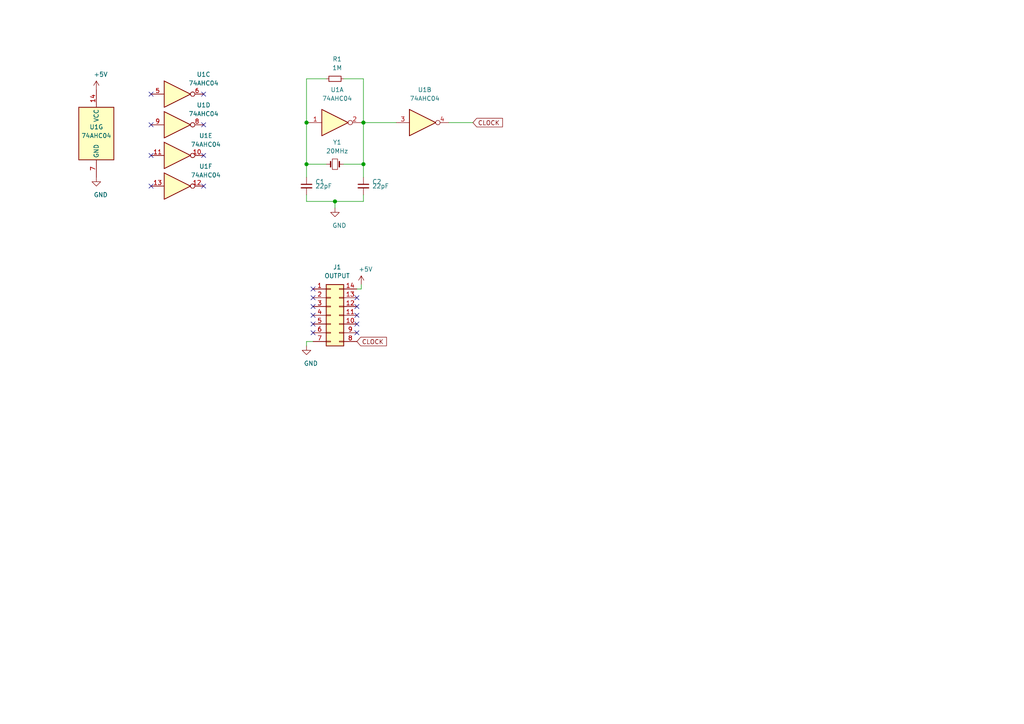
<source format=kicad_sch>
(kicad_sch (version 20201015) (generator eeschema)
  (paper "A4")
  (lib_symbols
    (symbol "74xx:74AHC04"
      (property "Reference" "U" (at 0 1.27 0))
      (property "Value" "74AHC04" (at 0 -1.27 0))
      (symbol "74AHC04_1_0"
        (polyline (pts (xy -3.81 3.81) (xy -3.81 -3.81) (xy 3.81 0) (xy -3.81 3.81)) (stroke (width 0.254)) (fill (type background)))
        (pin input line (at -7.62 0 0) (length 3.81) (name "~") (number "1"))
        (pin output inverted (at 7.62 0 180) (length 3.81) (name "~") (number "2"))
      )
      (symbol "74AHC04_2_0"
        (polyline (pts (xy -3.81 3.81) (xy -3.81 -3.81) (xy 3.81 0) (xy -3.81 3.81)) (stroke (width 0.254)) (fill (type background)))
        (pin input line (at -7.62 0 0) (length 3.81) (name "~") (number "3"))
        (pin output inverted (at 7.62 0 180) (length 3.81) (name "~") (number "4"))
      )
      (symbol "74AHC04_3_0"
        (polyline (pts (xy -3.81 3.81) (xy -3.81 -3.81) (xy 3.81 0) (xy -3.81 3.81)) (stroke (width 0.254)) (fill (type background)))
        (pin input line (at -7.62 0 0) (length 3.81) (name "~") (number "5"))
        (pin output inverted (at 7.62 0 180) (length 3.81) (name "~") (number "6"))
      )
      (symbol "74AHC04_4_0"
        (polyline (pts (xy -3.81 3.81) (xy -3.81 -3.81) (xy 3.81 0) (xy -3.81 3.81)) (stroke (width 0.254)) (fill (type background)))
        (pin output inverted (at 7.62 0 180) (length 3.81) (name "~") (number "8"))
        (pin input line (at -7.62 0 0) (length 3.81) (name "~") (number "9"))
      )
      (symbol "74AHC04_5_0"
        (polyline (pts (xy -3.81 3.81) (xy -3.81 -3.81) (xy 3.81 0) (xy -3.81 3.81)) (stroke (width 0.254)) (fill (type background)))
        (pin output inverted (at 7.62 0 180) (length 3.81) (name "~") (number "10"))
        (pin input line (at -7.62 0 0) (length 3.81) (name "~") (number "11"))
      )
      (symbol "74AHC04_6_0"
        (polyline (pts (xy -3.81 3.81) (xy -3.81 -3.81) (xy 3.81 0) (xy -3.81 3.81)) (stroke (width 0.254)) (fill (type background)))
        (pin output inverted (at 7.62 0 180) (length 3.81) (name "~") (number "12"))
        (pin input line (at -7.62 0 0) (length 3.81) (name "~") (number "13"))
      )
      (symbol "74AHC04_7_0"
        (pin power_in line (at 0 12.7 270) (length 5.08) (name "VCC") (number "14"))
        (pin power_in line (at 0 -12.7 90) (length 5.08) (name "GND") (number "7"))
      )
      (symbol "74AHC04_7_1"
        (rectangle (start -5.08 7.62) (end 5.08 -7.62) (stroke (width 0.254)) (fill (type background)))
      )
    )
    (symbol "Connector_Generic:Conn_02x07_Counter_Clockwise" (pin_names (offset 1.016) hide)
      (property "Reference" "J" (at 1.27 10.16 0))
      (property "Value" "Conn_02x07_Counter_Clockwise" (at 1.27 -10.16 0))
      (symbol "Conn_02x07_Counter_Clockwise_1_1"
        (rectangle (start -1.27 -4.953) (end 0 -5.207) (stroke (width 0.1524)))
        (rectangle (start -1.27 -7.493) (end 0 -7.747) (stroke (width 0.1524)))
        (rectangle (start -1.27 -2.413) (end 0 -2.667) (stroke (width 0.1524)))
        (rectangle (start -1.27 2.667) (end 0 2.413) (stroke (width 0.1524)))
        (rectangle (start -1.27 5.207) (end 0 4.953) (stroke (width 0.1524)))
        (rectangle (start -1.27 7.747) (end 0 7.493) (stroke (width 0.1524)))
        (rectangle (start -1.27 8.89) (end 3.81 -8.89) (stroke (width 0.254)) (fill (type background)))
        (rectangle (start -1.27 0.127) (end 0 -0.127) (stroke (width 0.1524)))
        (rectangle (start 3.81 -4.953) (end 2.54 -5.207) (stroke (width 0.1524)))
        (rectangle (start 3.81 -7.493) (end 2.54 -7.747) (stroke (width 0.1524)))
        (rectangle (start 3.81 -2.413) (end 2.54 -2.667) (stroke (width 0.1524)))
        (rectangle (start 3.81 2.667) (end 2.54 2.413) (stroke (width 0.1524)))
        (rectangle (start 3.81 5.207) (end 2.54 4.953) (stroke (width 0.1524)))
        (rectangle (start 3.81 7.747) (end 2.54 7.493) (stroke (width 0.1524)))
        (rectangle (start 3.81 0.127) (end 2.54 -0.127) (stroke (width 0.1524)))
        (pin passive line (at -5.08 7.62 0) (length 3.81) (name "Pin_1") (number "1"))
        (pin passive line (at 7.62 -2.54 180) (length 3.81) (name "Pin_10") (number "10"))
        (pin passive line (at 7.62 0 180) (length 3.81) (name "Pin_11") (number "11"))
        (pin passive line (at 7.62 2.54 180) (length 3.81) (name "Pin_12") (number "12"))
        (pin passive line (at 7.62 5.08 180) (length 3.81) (name "Pin_13") (number "13"))
        (pin passive line (at 7.62 7.62 180) (length 3.81) (name "Pin_14") (number "14"))
        (pin passive line (at -5.08 5.08 0) (length 3.81) (name "Pin_2") (number "2"))
        (pin passive line (at -5.08 2.54 0) (length 3.81) (name "Pin_3") (number "3"))
        (pin passive line (at -5.08 0 0) (length 3.81) (name "Pin_4") (number "4"))
        (pin passive line (at -5.08 -2.54 0) (length 3.81) (name "Pin_5") (number "5"))
        (pin passive line (at -5.08 -5.08 0) (length 3.81) (name "Pin_6") (number "6"))
        (pin passive line (at -5.08 -7.62 0) (length 3.81) (name "Pin_7") (number "7"))
        (pin passive line (at 7.62 -7.62 180) (length 3.81) (name "Pin_8") (number "8"))
        (pin passive line (at 7.62 -5.08 180) (length 3.81) (name "Pin_9") (number "9"))
      )
    )
    (symbol "Device:C_Small" (pin_numbers hide) (pin_names (offset 0.254) hide)
      (property "Reference" "C" (at 0.254 1.778 0))
      (property "Value" "C_Small" (at 0.254 -2.032 0))
      (symbol "C_Small_0_1"
        (polyline (pts (xy -1.524 -0.508) (xy 1.524 -0.508)) (stroke (width 0.3302)))
        (polyline (pts (xy -1.524 0.508) (xy 1.524 0.508)) (stroke (width 0.3048)))
      )
      (symbol "C_Small_1_1"
        (pin passive line (at 0 2.54 270) (length 2.032) (name "~") (number "1"))
        (pin passive line (at 0 -2.54 90) (length 2.032) (name "~") (number "2"))
      )
    )
    (symbol "Device:Crystal_Small" (pin_numbers hide) (pin_names (offset 1.016) hide)
      (property "Reference" "Y" (at 0 2.54 0))
      (property "Value" "Crystal_Small" (at 0 -2.54 0))
      (symbol "Crystal_Small_0_1"
        (rectangle (start -0.762 -1.524) (end 0.762 1.524))
        (polyline (pts (xy -1.27 -0.762) (xy -1.27 0.762)) (stroke (width 0.381)))
        (polyline (pts (xy 1.27 -0.762) (xy 1.27 0.762)) (stroke (width 0.381)))
      )
      (symbol "Crystal_Small_1_1"
        (pin passive line (at -2.54 0 0) (length 1.27) (name "1") (number "1"))
        (pin passive line (at 2.54 0 180) (length 1.27) (name "2") (number "2"))
      )
    )
    (symbol "Device:R_Small" (pin_numbers hide) (pin_names (offset 0.254) hide)
      (property "Reference" "R" (at 0.762 0.508 0))
      (property "Value" "R_Small" (at 0.762 -1.016 0))
      (symbol "R_Small_0_1"
        (rectangle (start -0.762 1.778) (end 0.762 -1.778) (stroke (width 0.2032)))
      )
      (symbol "R_Small_1_1"
        (pin passive line (at 0 2.54 270) (length 0.762) (name "~") (number "1"))
        (pin passive line (at 0 -2.54 90) (length 0.762) (name "~") (number "2"))
      )
    )
    (symbol "power:+5V" (power) (pin_names (offset 0))
      (property "Value" "+5V" (at 0 3.556 0))
      (symbol "+5V_0_1"
        (polyline (pts (xy -0.762 1.27) (xy 0 2.54)))
        (polyline (pts (xy 0 0) (xy 0 2.54)))
        (polyline (pts (xy 0 2.54) (xy 0.762 1.27)))
      )
      (symbol "+5V_1_1"
        (pin power_in line (at 0 0 90) (length 0) hide (name "+5V") (number "1"))
      )
    )
    (symbol "power:GND" (power) (pin_names (offset 0))
      (property "Value" "GND" (at 0 -3.81 0))
      (symbol "GND_0_1"
        (polyline (pts (xy 0 0) (xy 0 -1.27) (xy 1.27 -1.27) (xy 0 -2.54) (xy -1.27 -1.27) (xy 0 -1.27)))
      )
      (symbol "GND_1_1"
        (pin power_in line (at 0 0 270) (length 0) hide (name "GND") (number "1"))
      )
    )
  )
  (junction (at 88.9 35.56) (diameter 1.016))
  (junction (at 88.9 47.625) (diameter 1.016))
  (junction (at 97.155 58.42) (diameter 1.016))
  (junction (at 105.41 35.56) (diameter 1.016))
  (junction (at 105.41 47.625) (diameter 1.016))
  (no_connect (at 59.055 36.195))
  (no_connect (at 43.815 36.195))
  (no_connect (at 59.055 45.085))
  (no_connect (at 43.815 27.305))
  (no_connect (at 59.055 53.975))
  (no_connect (at 90.805 83.82))
  (no_connect (at 90.805 86.36))
  (no_connect (at 90.805 88.9))
  (no_connect (at 90.805 91.44))
  (no_connect (at 90.805 93.98))
  (no_connect (at 90.805 96.52))
  (no_connect (at 103.505 86.36))
  (no_connect (at 103.505 88.9))
  (no_connect (at 103.505 91.44))
  (no_connect (at 103.505 93.98))
  (no_connect (at 103.505 96.52))
  (no_connect (at 43.815 45.085))
  (no_connect (at 43.815 53.975))
  (no_connect (at 59.055 27.305))
  (wire (pts (xy 88.9 22.86) (xy 88.9 35.56)))
  (wire (pts (xy 88.9 35.56) (xy 88.9 47.625)))
  (wire (pts (xy 88.9 47.625) (xy 94.615 47.625)))
  (wire (pts (xy 88.9 51.435) (xy 88.9 47.625)))
  (wire (pts (xy 88.9 56.515) (xy 88.9 58.42)))
  (wire (pts (xy 88.9 58.42) (xy 97.155 58.42)))
  (wire (pts (xy 88.9 99.06) (xy 88.9 100.33)))
  (wire (pts (xy 89.535 35.56) (xy 88.9 35.56)))
  (wire (pts (xy 90.805 99.06) (xy 88.9 99.06)))
  (wire (pts (xy 94.615 22.86) (xy 88.9 22.86)))
  (wire (pts (xy 97.155 58.42) (xy 97.155 60.325)))
  (wire (pts (xy 97.155 58.42) (xy 105.41 58.42)))
  (wire (pts (xy 99.695 22.86) (xy 105.41 22.86)))
  (wire (pts (xy 99.695 47.625) (xy 105.41 47.625)))
  (wire (pts (xy 103.505 83.82) (xy 104.775 83.82)))
  (wire (pts (xy 104.775 35.56) (xy 105.41 35.56)))
  (wire (pts (xy 104.775 83.82) (xy 104.775 82.55)))
  (wire (pts (xy 105.41 22.86) (xy 105.41 35.56)))
  (wire (pts (xy 105.41 35.56) (xy 105.41 47.625)))
  (wire (pts (xy 105.41 35.56) (xy 114.935 35.56)))
  (wire (pts (xy 105.41 47.625) (xy 105.41 51.435)))
  (wire (pts (xy 105.41 58.42) (xy 105.41 56.515)))
  (wire (pts (xy 130.175 35.56) (xy 137.16 35.56)))
  (global_label "CLOCK" (shape input) (at 103.505 99.06 0) (property "Intersheet References" "${INTERSHEET_REFS}" (effects hide)))
  (global_label "CLOCK" (shape input) (at 137.16 35.56 0) (property "Intersheet References" "${INTERSHEET_REFS}" (effects hide)))
  (symbol (lib_id "power:+5V") (at 27.94 26.035 0) (unit 1)
    (property "Reference" "#PWR01" (effects hide))
    (property "Value" "+5V" (at 29.21 21.59 0))
  )
  (symbol (lib_id "power:+5V") (at 104.775 82.55 0) (unit 1)
    (property "Reference" "#PWR05" (effects hide))
    (property "Value" "+5V" (at 106.045 78.105 0))
  )
  (symbol (lib_id "power:GND") (at 27.94 51.435 0) (unit 1)
    (property "Reference" "#PWR02" (effects hide))
    (property "Value" "GND" (at 29.21 56.515 0))
  )
  (symbol (lib_id "power:GND") (at 88.9 100.33 0) (unit 1)
    (property "Reference" "#PWR04" (effects hide))
    (property "Value" "GND" (at 90.17 105.41 0))
  )
  (symbol (lib_id "power:GND") (at 97.155 60.325 0) (unit 1)
    (property "Reference" "#PWR03" (effects hide))
    (property "Value" "GND" (at 98.425 65.405 0))
  )
  (symbol (lib_id "Device:R_Small") (at 97.155 22.86 90) (unit 1)
    (property "Reference" "R1" (at 97.79 17.145 90))
    (property "Value" "1M" (at 97.79 19.685 90))
    (property "Footprint" "Resistor_THT:R_Axial_DIN0207_L6.3mm_D2.5mm_P10.16mm_Horizontal" (effects hide))
  )
  (symbol (lib_id "Device:Crystal_Small") (at 97.155 47.625 0) (unit 1)
    (property "Reference" "Y1" (at 97.79 41.275 0))
    (property "Value" "20MHz" (at 97.79 43.815 0))
    (property "Footprint" "Crystal:Crystal_HC18-U_Vertical" (effects hide))
  )
  (symbol (lib_id "Device:C_Small") (at 88.9 53.975 0) (unit 1)
    (property "Reference" "C1" (at 91.44 52.705 0) (effects (justify left)))
    (property "Value" "22pF" (at 91.44 53.975 0) (effects (justify left)))
    (property "Footprint" "Capacitor_THT:C_Disc_D5.0mm_W2.5mm_P2.50mm" (effects hide))
  )
  (symbol (lib_id "Device:C_Small") (at 105.41 53.975 0) (unit 1)
    (property "Reference" "C2" (at 107.95 52.705 0) (effects (justify left)))
    (property "Value" "22pF" (at 107.95 53.975 0) (effects (justify left)))
    (property "Footprint" "Capacitor_THT:C_Disc_D5.0mm_W2.5mm_P2.50mm" (effects hide))
  )
  (symbol (lib_id "74xx:74AHC04") (at 51.435 27.305 0) (unit 3)
    (property "Reference" "U1" (at 59.055 21.59 0))
    (property "Value" "74AHC04" (at 59.055 24.13 0))
    (property "Datasheet" "https://assets.nexperia.com/documents/data-sheet/74AHC_AHCT04.pdf" (effects hide))
  )
  (symbol (lib_id "74xx:74AHC04") (at 51.435 36.195 0) (unit 4)
    (property "Reference" "U1" (at 59.055 30.48 0))
    (property "Value" "74AHC04" (at 59.055 33.02 0))
    (property "Datasheet" "https://assets.nexperia.com/documents/data-sheet/74AHC_AHCT04.pdf" (effects hide))
  )
  (symbol (lib_id "74xx:74AHC04") (at 51.435 45.085 0) (unit 5)
    (property "Reference" "U1" (at 59.69 39.37 0))
    (property "Value" "74AHC04" (at 59.69 41.91 0))
    (property "Datasheet" "https://assets.nexperia.com/documents/data-sheet/74AHC_AHCT04.pdf" (effects hide))
  )
  (symbol (lib_id "74xx:74AHC04") (at 51.435 53.975 0) (unit 6)
    (property "Reference" "U1" (at 59.69 48.26 0))
    (property "Value" "74AHC04" (at 59.69 50.8 0))
    (property "Datasheet" "https://assets.nexperia.com/documents/data-sheet/74AHC_AHCT04.pdf" (effects hide))
  )
  (symbol (lib_id "74xx:74AHC04") (at 97.155 35.56 0) (unit 1)
    (property "Reference" "U1" (at 97.79 26.035 0))
    (property "Value" "74AHC04" (at 97.79 28.575 0))
    (property "Datasheet" "https://assets.nexperia.com/documents/data-sheet/74AHC_AHCT04.pdf" (effects hide))
  )
  (symbol (lib_id "74xx:74AHC04") (at 122.555 35.56 0) (unit 2)
    (property "Reference" "U1" (at 123.19 26.035 0))
    (property "Value" "74AHC04" (at 123.19 28.575 0))
    (property "Footprint" "Package_DIP:DIP-14_W7.62mm" (effects hide))
    (property "Datasheet" "https://assets.nexperia.com/documents/data-sheet/74AHC_AHCT04.pdf" (effects hide))
  )
  (symbol (lib_id "Connector_Generic:Conn_02x07_Counter_Clockwise") (at 95.885 91.44 0) (unit 1)
    (property "Reference" "J1" (at 97.79 77.47 0))
    (property "Value" "OUTPUT" (at 97.79 80.01 0))
    (property "Footprint" "Package_DIP:DIP-14_W7.62mm" (effects hide))
  )
  (symbol (lib_id "74xx:74AHC04") (at 27.94 38.735 0) (unit 7)
    (property "Reference" "U1" (at 27.94 36.83 0))
    (property "Value" "74AHC04" (at 27.94 39.37 0))
    (property "Datasheet" "https://assets.nexperia.com/documents/data-sheet/74AHC_AHCT04.pdf" (effects hide))
  )
)
</source>
